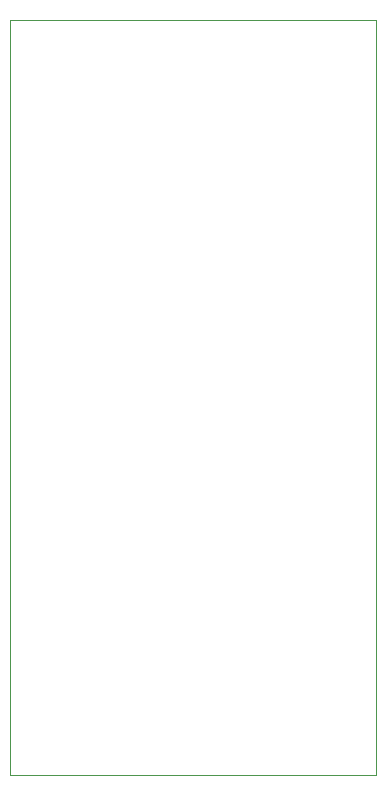
<source format=gbr>
%TF.GenerationSoftware,KiCad,Pcbnew,6.0.11+dfsg-1*%
%TF.CreationDate,2023-04-12T13:51:57+02:00*%
%TF.ProjectId,power_driver,706f7765-725f-4647-9269-7665722e6b69,rev?*%
%TF.SameCoordinates,Original*%
%TF.FileFunction,Profile,NP*%
%FSLAX46Y46*%
G04 Gerber Fmt 4.6, Leading zero omitted, Abs format (unit mm)*
G04 Created by KiCad (PCBNEW 6.0.11+dfsg-1) date 2023-04-12 13:51:57*
%MOMM*%
%LPD*%
G01*
G04 APERTURE LIST*
%TA.AperFunction,Profile*%
%ADD10C,0.100000*%
%TD*%
G04 APERTURE END LIST*
D10*
X198000000Y-127000000D02*
X198000000Y-63000000D01*
X229000000Y-127000000D02*
X198000000Y-127000000D01*
X229000000Y-63000000D02*
X229000000Y-127000000D01*
X198000000Y-63000000D02*
X229000000Y-63000000D01*
M02*

</source>
